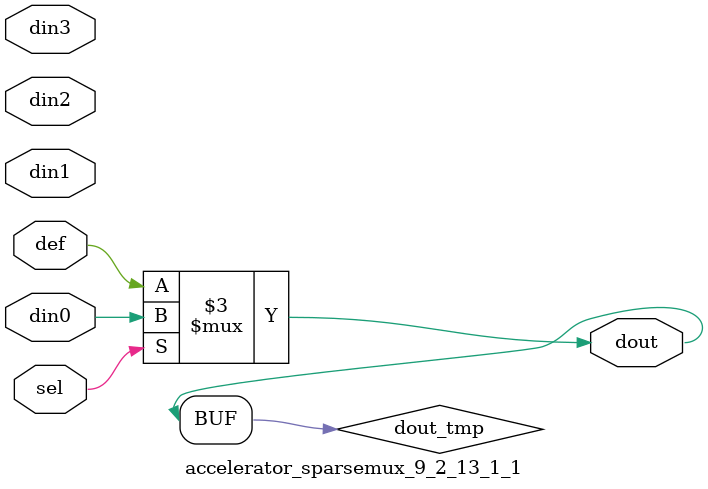
<source format=v>
`timescale 1ns / 1ps

module accelerator_sparsemux_9_2_13_1_1 (din0,din1,din2,din3,def,sel,dout);

parameter din0_WIDTH = 1;

parameter din1_WIDTH = 1;

parameter din2_WIDTH = 1;

parameter din3_WIDTH = 1;

parameter def_WIDTH = 1;
parameter sel_WIDTH = 1;
parameter dout_WIDTH = 1;

parameter [sel_WIDTH-1:0] CASE0 = 1;

parameter [sel_WIDTH-1:0] CASE1 = 1;

parameter [sel_WIDTH-1:0] CASE2 = 1;

parameter [sel_WIDTH-1:0] CASE3 = 1;

parameter ID = 1;
parameter NUM_STAGE = 1;



input [din0_WIDTH-1:0] din0;

input [din1_WIDTH-1:0] din1;

input [din2_WIDTH-1:0] din2;

input [din3_WIDTH-1:0] din3;

input [def_WIDTH-1:0] def;
input [sel_WIDTH-1:0] sel;

output [dout_WIDTH-1:0] dout;



reg [dout_WIDTH-1:0] dout_tmp;


always @ (*) begin
(* parallel_case *) case (sel)
    
    CASE0 : dout_tmp = din0;
    
    CASE1 : dout_tmp = din1;
    
    CASE2 : dout_tmp = din2;
    
    CASE3 : dout_tmp = din3;
    
    default : dout_tmp = def;
endcase
end


assign dout = dout_tmp;



endmodule

</source>
